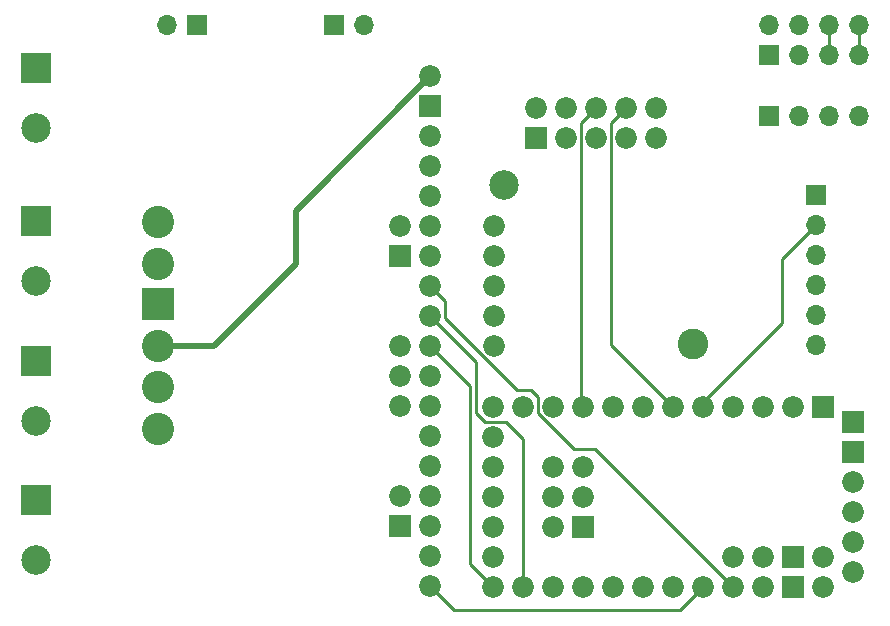
<source format=gbr>
%TF.GenerationSoftware,KiCad,Pcbnew,(6.0.0-0)*%
%TF.CreationDate,2022-03-11T16:39:32-05:00*%
%TF.ProjectId,Lifter-Board-Redone,4c696674-6572-42d4-926f-6172642d5265,rev?*%
%TF.SameCoordinates,Original*%
%TF.FileFunction,Copper,L3,Inr*%
%TF.FilePolarity,Positive*%
%FSLAX46Y46*%
G04 Gerber Fmt 4.6, Leading zero omitted, Abs format (unit mm)*
G04 Created by KiCad (PCBNEW (6.0.0-0)) date 2022-03-11 16:39:32*
%MOMM*%
%LPD*%
G01*
G04 APERTURE LIST*
%TA.AperFunction,ComponentPad*%
%ADD10R,2.500000X2.500000*%
%TD*%
%TA.AperFunction,ComponentPad*%
%ADD11C,2.500000*%
%TD*%
%TA.AperFunction,ComponentPad*%
%ADD12C,1.836000*%
%TD*%
%TA.AperFunction,ComponentPad*%
%ADD13C,2.600000*%
%TD*%
%TA.AperFunction,ComponentPad*%
%ADD14R,1.700000X1.700000*%
%TD*%
%TA.AperFunction,ComponentPad*%
%ADD15O,1.700000X1.700000*%
%TD*%
%TA.AperFunction,ComponentPad*%
%ADD16R,1.836000X1.836000*%
%TD*%
%TA.AperFunction,ComponentPad*%
%ADD17C,2.736000*%
%TD*%
%TA.AperFunction,ComponentPad*%
%ADD18R,2.736000X2.736000*%
%TD*%
%TA.AperFunction,Conductor*%
%ADD19C,0.250000*%
%TD*%
%TA.AperFunction,Conductor*%
%ADD20C,0.500000*%
%TD*%
G04 APERTURE END LIST*
D10*
%TO.N,GND*%
%TO.C,J2*%
X88000000Y-60650000D03*
D11*
%TO.N,5V*%
X88000000Y-65730000D03*
%TD*%
D10*
%TO.N,GND*%
%TO.C,J1*%
X88000000Y-47700000D03*
D11*
%TO.N,12V*%
X88000000Y-52780000D03*
%TD*%
D12*
%TO.N,unconnected-(U1-PadEN)*%
%TO.C,U1*%
X126770000Y-61080000D03*
%TO.N,GND*%
X126770000Y-66160000D03*
X126770000Y-68700000D03*
D11*
%TO.N,N/C*%
X127600000Y-57550000D03*
D13*
X143600000Y-71050000D03*
D12*
%TO.N,12V*%
X126770000Y-63620000D03*
%TO.N,5V*%
X126770000Y-71240000D03*
%TD*%
D14*
%TO.N,LFT_BOT*%
%TO.C,J7*%
X113215000Y-44030000D03*
D15*
%TO.N,GND*%
X115755000Y-44030000D03*
%TD*%
D12*
%TO.N,LFT_ENA*%
%TO.C,J$1*%
X144490000Y-76370000D03*
%TO.N,RTR_ENA*%
X141950000Y-76370000D03*
%TO.N,LFT_ENB*%
X139410000Y-76370000D03*
%TO.N,RTR_ENB*%
X136870000Y-76370000D03*
%TO.N,RTR_LIMIT*%
X134330000Y-76370000D03*
%TO.N,M1PWM2*%
X131790000Y-76370000D03*
%TO.N,M1IN1*%
X129250000Y-76370000D03*
%TO.N,M1IN2*%
X126710000Y-76370000D03*
%TO.N,M2PWM2*%
X126710000Y-78910000D03*
%TO.N,M2IN1*%
X126710000Y-81450000D03*
%TO.N,M2IN2*%
X126710000Y-83990000D03*
%TO.N,MOTOR_EN*%
X126710000Y-91610000D03*
%TO.N,M1FB*%
X129250000Y-91610000D03*
%TO.N,LKIT_A*%
X131790000Y-91610000D03*
%TO.N,LKIT_B*%
X134330000Y-91610000D03*
%TO.N,LKIT_C*%
X136870000Y-91610000D03*
%TO.N,SDA*%
X139410000Y-91610000D03*
%TO.N,SCL*%
X141950000Y-91610000D03*
%TO.N,M2FB*%
X144490000Y-91610000D03*
%TO.N,M1SF*%
X147030000Y-91610000D03*
%TO.N,LFT_BOT*%
X126710000Y-86530000D03*
%TO.N,LFT_TOP*%
X126710000Y-89070000D03*
%TO.N,unconnected-(J$1-PadAREF)*%
X147030000Y-89070000D03*
%TO.N,12V*%
X154650000Y-91610000D03*
%TO.N,unconnected-(J$1-PadDTR)*%
X157190000Y-90340000D03*
D16*
%TO.N,GND*%
X154650000Y-76370000D03*
%TO.N,unconnected-(J$1-PadGND1)*%
X157190000Y-80180000D03*
%TO.N,unconnected-(J$1-PadGND2)*%
X157190000Y-77640000D03*
%TO.N,unconnected-(J$1-PadGND3)*%
X152110000Y-89070000D03*
%TO.N,GND*%
X152110000Y-91610000D03*
%TO.N,unconnected-(J$1-PadGND5)*%
X134330000Y-86530000D03*
D12*
%TO.N,unconnected-(J$1-PadMISO)*%
X131790000Y-81450000D03*
%TO.N,unconnected-(J$1-PadMOSI)*%
X134330000Y-83990000D03*
%TO.N,unconnected-(J$1-PadRESET1)*%
X152110000Y-76370000D03*
%TO.N,unconnected-(J$1-PadRESET2)*%
X131790000Y-86530000D03*
%TO.N,RX*%
X149570000Y-76370000D03*
%TO.N,unconnected-(J$1-PadRXD0_1)*%
X157190000Y-85260000D03*
%TO.N,unconnected-(J$1-PadSCK)*%
X131790000Y-83990000D03*
%TO.N,TX*%
X147030000Y-76370000D03*
%TO.N,unconnected-(J$1-PadTXD0_1)*%
X157190000Y-87800000D03*
%TO.N,unconnected-(J$1-PadVCC1)*%
X149570000Y-89070000D03*
%TO.N,unconnected-(J$1-PadVCC2)*%
X149570000Y-91610000D03*
%TO.N,unconnected-(J$1-PadVCC3)*%
X134330000Y-81450000D03*
%TO.N,unconnected-(J$1-PadVCCIN)*%
X157190000Y-82720000D03*
%TO.N,unconnected-(J$1-PadVIN)*%
X154650000Y-89070000D03*
%TD*%
D14*
%TO.N,LFT_TOP*%
%TO.C,J8*%
X101675000Y-44030000D03*
D15*
%TO.N,GND*%
X99135000Y-44030000D03*
%TD*%
D14*
%TO.N,GND*%
%TO.C,J9*%
X150030000Y-51720000D03*
D15*
%TO.N,5V*%
X152570000Y-51720000D03*
%TO.N,TX*%
X155110000Y-51720000D03*
%TO.N,RX*%
X157650000Y-51720000D03*
%TD*%
D10*
%TO.N,GND*%
%TO.C,J4*%
X88000000Y-84270000D03*
D11*
%TO.N,5V*%
X88000000Y-89350000D03*
%TD*%
D14*
%TO.N,LFT_ENB*%
%TO.C,Lifter1*%
X154040000Y-58460000D03*
D15*
%TO.N,LFT_ENA*%
X154040000Y-61000000D03*
%TO.N,5V*%
X154040000Y-63540000D03*
%TO.N,GND*%
X154040000Y-66080000D03*
%TO.N,LMOT1*%
X154040000Y-68620000D03*
%TO.N,LMOT2*%
X154040000Y-71160000D03*
%TD*%
D14*
%TO.N,GND*%
%TO.C,J6*%
X150030000Y-46575000D03*
D15*
X150030000Y-44035000D03*
%TO.N,5V*%
X152570000Y-46575000D03*
X152570000Y-44035000D03*
%TO.N,SCL*%
X155110000Y-46575000D03*
X155110000Y-44035000D03*
%TO.N,SDA*%
X157650000Y-46575000D03*
X157650000Y-44035000D03*
%TD*%
D10*
%TO.N,GND*%
%TO.C,J3*%
X88000000Y-72460000D03*
D11*
%TO.N,5V*%
X88000000Y-77540000D03*
%TD*%
D16*
%TO.N,RMOT1*%
%TO.C,J5*%
X130333250Y-53563500D03*
D12*
%TO.N,RMOT2*%
X130333250Y-51023500D03*
%TO.N,GND*%
X132873250Y-53563500D03*
%TO.N,5V*%
X132873250Y-51023500D03*
%TO.N,LKIT_A*%
X135413250Y-53563500D03*
%TO.N,RTR_LIMIT*%
X135413250Y-51023500D03*
%TO.N,LKIT_B*%
X137953250Y-53563500D03*
%TO.N,RTR_ENA*%
X137953250Y-51023500D03*
%TO.N,LKIT_C*%
X140493250Y-53563500D03*
%TO.N,RTR_ENB*%
X140493250Y-51023500D03*
%TD*%
%TO.N,MOTOR_EN*%
%TO.C,U$1*%
X121370000Y-71226500D03*
D16*
%TO.N,GND*%
X121370000Y-50906500D03*
X118830000Y-86466500D03*
X118830000Y-63606500D03*
D12*
%TO.N,unconnected-(U$1-PadINV)*%
X121370000Y-76306500D03*
%TO.N,M1FB*%
X121370000Y-68686500D03*
%TO.N,M1IN1*%
X121370000Y-58526500D03*
%TO.N,M1IN2*%
X121370000Y-55986500D03*
D17*
%TO.N,LMOT1*%
X98332200Y-60736300D03*
%TO.N,LMOT2*%
X98332200Y-64241500D03*
D12*
%TO.N,GND*%
X121370000Y-63606500D03*
%TO.N,M1PWM2*%
X121370000Y-61066500D03*
%TO.N,M1SF*%
X121370000Y-66146500D03*
%TO.N,M2FB*%
X121370000Y-91546500D03*
%TO.N,M2IN1*%
X121370000Y-81386500D03*
%TO.N,M2IN2*%
X121370000Y-78846500D03*
D17*
%TO.N,RMOT1*%
X98332200Y-74706300D03*
%TO.N,RMOT2*%
X98332200Y-78211500D03*
D12*
%TO.N,GND*%
X121370000Y-86466500D03*
%TO.N,M2PWM2*%
X121370000Y-83926500D03*
%TO.N,unconnected-(U$1-PadM2SF)*%
X121370000Y-89006500D03*
D18*
%TO.N,GND*%
X98332200Y-67670500D03*
D17*
%TO.N,12V*%
X98332200Y-71175700D03*
D12*
%TO.N,unconnected-(U$1-PadSLEW)*%
X121370000Y-73766500D03*
%TO.N,5V*%
X121370000Y-53446500D03*
X118830000Y-83926500D03*
X118830000Y-76306500D03*
X118830000Y-73766500D03*
X118830000Y-71226500D03*
X118830000Y-61066500D03*
%TO.N,12V*%
X121370000Y-48366500D03*
%TD*%
D19*
%TO.N,LFT_ENA*%
X154040000Y-61000000D02*
X151155994Y-63884006D01*
X151155994Y-69273028D02*
X144490000Y-75939022D01*
X151155994Y-63884006D02*
X151155994Y-69273028D01*
X144490000Y-75939022D02*
X144490000Y-76370000D01*
%TO.N,RTR_ENA*%
X137953250Y-51023500D02*
X136680000Y-52296750D01*
X136680000Y-71100000D02*
X141950000Y-76370000D01*
X136680000Y-52296750D02*
X136680000Y-71100000D01*
%TO.N,RTR_LIMIT*%
X134140000Y-76180000D02*
X134330000Y-76370000D01*
X135413250Y-51023500D02*
X134140000Y-52296750D01*
X134140000Y-52296750D02*
X134140000Y-76180000D01*
%TO.N,MOTOR_EN*%
X124740000Y-74596500D02*
X124740000Y-89640000D01*
X124740000Y-89640000D02*
X126710000Y-91610000D01*
X121370000Y-71226500D02*
X124740000Y-74596500D01*
%TO.N,M1FB*%
X129250000Y-79100000D02*
X129250000Y-91610000D01*
X121370000Y-68686500D02*
X125240000Y-72556500D01*
X125240000Y-76850000D02*
X126002511Y-77612511D01*
X125240000Y-72556500D02*
X125240000Y-76850000D01*
X127762511Y-77612511D02*
X129250000Y-79100000D01*
X126002511Y-77612511D02*
X127762511Y-77612511D01*
%TO.N,SDA*%
X157650000Y-44035000D02*
X157650000Y-46575000D01*
%TO.N,SCL*%
X155110000Y-44035000D02*
X155110000Y-46575000D01*
%TO.N,M2FB*%
X123353500Y-93530000D02*
X142570000Y-93530000D01*
X121370000Y-91546500D02*
X123353500Y-93530000D01*
X142570000Y-93530000D02*
X144490000Y-91610000D01*
%TO.N,M1SF*%
X128712823Y-74940000D02*
X129950000Y-74940000D01*
X130510000Y-76890000D02*
X133550000Y-79930000D01*
X122612511Y-67389011D02*
X122612511Y-68839688D01*
X133550000Y-79930000D02*
X135350000Y-79930000D01*
X129950000Y-74940000D02*
X130510000Y-75500000D01*
X135350000Y-79930000D02*
X147030000Y-91610000D01*
X130510000Y-75500000D02*
X130510000Y-76890000D01*
X121370000Y-66146500D02*
X122612511Y-67389011D01*
X122612511Y-68839688D02*
X128712823Y-74940000D01*
D20*
%TO.N,12V*%
X109980000Y-59756500D02*
X121370000Y-48366500D01*
X103084300Y-71175700D02*
X109980000Y-64280000D01*
X98332200Y-71175700D02*
X103084300Y-71175700D01*
X109980000Y-64280000D02*
X109980000Y-59756500D01*
%TD*%
M02*

</source>
